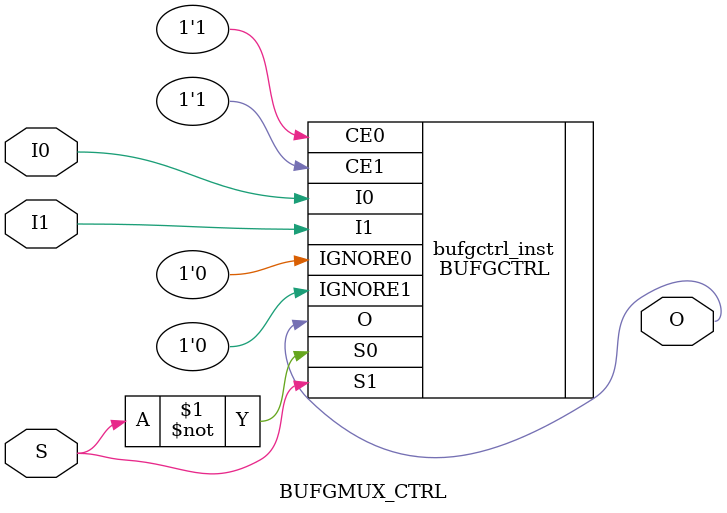
<source format=v>

`timescale 1 ps / 1 ps 

module BUFGMUX_CTRL (O, I0, I1, S);

    output O;
    
    input  I0;
    input  I1;
    input  S;

    BUFGCTRL bufgctrl_inst (.O(O), .CE0(1'b1), .CE1(1'b1), .I0(I0), .I1(I1), .IGNORE0(1'b0), .IGNORE1(1'b0), .S0(~S), .S1(S));
    
    defparam bufgctrl_inst.INIT_OUT = 1'b0;
    defparam bufgctrl_inst.PRESELECT_I0 = "TRUE";
    defparam bufgctrl_inst.PRESELECT_I1 = "FALSE";
    
endmodule

</source>
